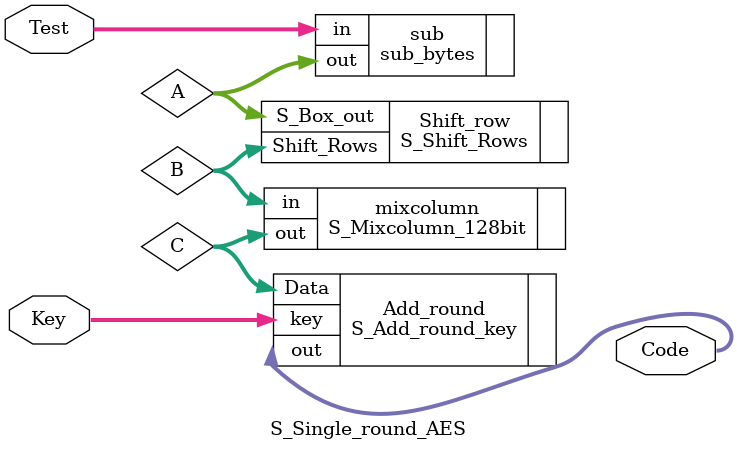
<source format=v>
module S_Single_round_AES(Test,Key,Code);
  
  input [127:0] Test,Key;
  output [127:0] Code;
  
  wire [127:0] A,B,C;
    
  sub_bytes sub (
                        .in(Test), 
                        .out(A)
                        );

  S_Shift_Rows Shift_row (
                          .S_Box_out(A), 
                          .Shift_Rows(B)
                          );
  

  S_Mixcolumn_128bit mixcolumn (
                                .in(B), 
                                .out(C)
                              );

  S_Add_round_key Add_round (
                            .Data(C), 
                            .key(Key), 
                            .out(Code)
                            );

endmodule


</source>
